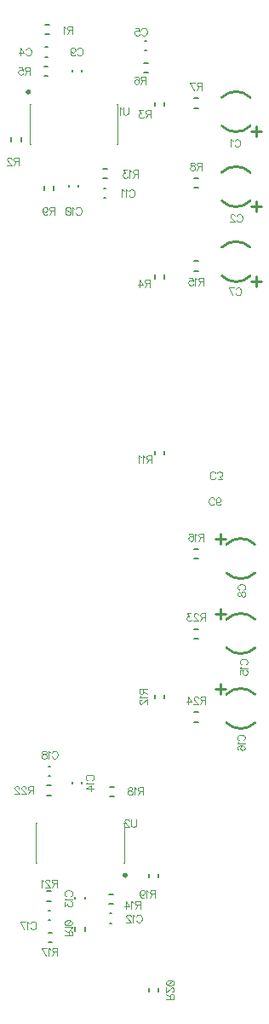
<source format=gbr>
G04 DipTrace 4.0.0.5*
G04 BottomSilk.gbr*
%MOIN*%
G04 #@! TF.FileFunction,Legend,Bot*
G04 #@! TF.Part,Single*
%ADD10C,0.009843*%
%ADD13C,0.004724*%
%ADD16C,0.005906*%
%ADD45C,0.003281*%
%FSLAX26Y26*%
G04*
G70*
G90*
G75*
G01*
G04 BotSilk*
%LPD*%
X1565581Y4008430D2*
D10*
X1526211D1*
X1545896Y3988745D2*
Y4028115D1*
X1522834Y4029328D2*
G02X1411479Y4029328I-55678J55676D01*
G01*
Y4140682D2*
G02X1522834Y4140682I55678J-55676D01*
G01*
X1565578Y3715316D2*
X1526208Y3715318D1*
X1545892Y3695632D2*
X1545894Y3735002D1*
X1522832Y3736216D2*
G02X1411477Y3736221I-55675J55679D01*
G01*
X1411482Y3847575D2*
G02X1522837Y3847570I55675J-55679D01*
G01*
X728296Y4337647D2*
D16*
X721210D1*
X728296Y4299851D2*
X721210D1*
X1109202Y4324851D2*
X1116288D1*
X1109202Y4362647D2*
X1116288D1*
X1565581Y3422210D2*
D10*
X1526211D1*
X1545896Y3402525D2*
Y3441895D1*
X1522834Y3443107D2*
G02X1411479Y3443107I-55678J55676D01*
G01*
Y3554462D2*
G02X1522834Y3554462I55678J-55676D01*
G01*
X1387321Y2414434D2*
X1426691D1*
X1407006Y2434119D2*
Y2394749D1*
X1430068Y2393536D2*
G02X1541424Y2393536I55678J-55676D01*
G01*
Y2282182D2*
G02X1430068Y2282182I-55678J55676D01*
G01*
X862647Y4240206D2*
D16*
Y4247292D1*
X824851Y4240206D2*
Y4247292D1*
X850147Y3790206D2*
Y3797292D1*
X812351Y3790206D2*
Y3797292D1*
X950118Y3747865D2*
X957204D1*
X950118Y3785660D2*
X957204D1*
X971702Y912351D2*
X978788D1*
X971702Y950147D2*
X978788D1*
X837351Y1015796D2*
Y1008709D1*
X875147Y1015797D2*
Y1008710D1*
X824853Y1465796D2*
Y1458709D1*
X862648Y1465797D2*
Y1458710D1*
X1387320Y2121322D2*
D10*
X1426690Y2121323D1*
X1407005Y2141008D2*
Y2101638D1*
X1430067Y2100426D2*
G02X1541423Y2100428I55679J-55675D01*
G01*
X1541425Y1989073D2*
G02X1430069Y1989071I-55679J55675D01*
G01*
X1387321Y1828214D2*
X1426691D1*
X1407006Y1847899D2*
Y1808529D1*
X1430068Y1807316D2*
G02X1541424Y1807316I55678J-55676D01*
G01*
Y1695962D2*
G02X1430068Y1695962I-55678J55676D01*
G01*
X740796Y962647D2*
D16*
X733710D1*
X740796Y924851D2*
X733710D1*
X740796Y1525147D2*
X733710D1*
X740796Y1487351D2*
X733710D1*
X719143Y4387351D2*
X734891D1*
X719143Y4425147D2*
X734891D1*
X625147Y3969143D2*
Y3984891D1*
X587351Y3969143D2*
Y3984891D1*
X1187647Y4106643D2*
Y4122391D1*
X1149851Y4106643D2*
Y4122391D1*
X1187647Y3431643D2*
Y3447391D1*
X1149851Y3431643D2*
Y3447391D1*
X730855Y4262647D2*
X715107D1*
X730855Y4224851D2*
X715107D1*
X1106643Y4237351D2*
X1122391D1*
X1106643Y4275147D2*
X1122391D1*
X1318355Y4137647D2*
X1302607D1*
X1318355Y4099851D2*
X1302607D1*
X1318355Y3825147D2*
X1302607D1*
X1318355Y3787351D2*
X1302607D1*
X715862Y3795460D2*
Y3779712D1*
X753657Y3795461D2*
Y3779713D1*
X875146Y881643D2*
X875145Y897391D1*
X837350Y881642D2*
Y897390D1*
X1187647Y2744143D2*
Y2759891D1*
X1149851Y2744143D2*
Y2759891D1*
Y1805855D2*
Y1790107D1*
X1187647Y1805855D2*
Y1790107D1*
X947559Y3825287D2*
X963307D1*
X947559Y3863082D2*
X963307D1*
X969143Y987351D2*
X984891D1*
X969143Y1025147D2*
X984891D1*
X1318355Y3500147D2*
X1302607D1*
X1318355Y3462351D2*
X1302607D1*
X1318355Y2375147D2*
X1302607D1*
X1318355Y2337351D2*
X1302607D1*
X747390Y875147D2*
X731642Y875146D1*
X747391Y837352D2*
X731643Y837351D1*
X989123Y1445915D2*
X973374Y1445914D1*
X989124Y1408119D2*
X973376D1*
X1124851Y1105855D2*
X1124852Y1090107D1*
X1162647Y1105856D2*
Y1090108D1*
Y644143D2*
Y659891D1*
X1124851Y644143D2*
Y659891D1*
X743355Y1037647D2*
X727607D1*
X743355Y999851D2*
X727607D1*
X743355Y1450147D2*
X727607D1*
X743355Y1412351D2*
X727607D1*
X1318355Y2062647D2*
X1302607D1*
X1318355Y2024851D2*
X1302607D1*
X1318355Y1737647D2*
X1302607D1*
X1318355Y1699851D2*
X1302607D1*
X661564Y3957233D2*
D13*
X658808D1*
Y4114714D1*
X661564D1*
X1000934Y3957233D2*
X1003690D1*
Y4114714D1*
X1000934D1*
G36*
X663926Y4162745D2*
X663842Y4161460D1*
X663591Y4160198D1*
X663177Y4158979D1*
X662608Y4157824D1*
X661892Y4156753D1*
X661043Y4155785D1*
X660075Y4154937D1*
X659005Y4154221D1*
X657850Y4153652D1*
X656631Y4153238D1*
X655368Y4152987D1*
X654084Y4152903D1*
X652799Y4152987D1*
X651536Y4153238D1*
X650317Y4153652D1*
X649162Y4154221D1*
X648092Y4154937D1*
X647124Y4155785D1*
X646275Y4156753D1*
X645560Y4157824D1*
X644990Y4158979D1*
X644577Y4160198D1*
X644325Y4161460D1*
X644241Y4162745D1*
D1*
X644325Y4164030D1*
X644577Y4165293D1*
X644990Y4166512D1*
X645560Y4167666D1*
X646275Y4168737D1*
X647124Y4169705D1*
X648092Y4170554D1*
X649162Y4171269D1*
X650317Y4171838D1*
X651536Y4172252D1*
X652799Y4172503D1*
X654084Y4172588D1*
X655368Y4172503D1*
X656631Y4172252D1*
X657850Y4171838D1*
X659005Y4171269D1*
X660075Y4170554D1*
X661043Y4169705D1*
X661892Y4168737D1*
X662608Y4167666D1*
X663177Y4166512D1*
X663591Y4165293D1*
X663842Y4164030D1*
X663926Y4162745D1*
D1*
G37*
X1025934Y1305265D2*
D13*
X1028690D1*
Y1147784D1*
X1025934D1*
X686564Y1305265D2*
X683808D1*
Y1147784D1*
X686564D1*
G36*
X1023572Y1099753D2*
X1023656Y1101038D1*
X1023907Y1102300D1*
X1024321Y1103520D1*
X1024891Y1104674D1*
X1025606Y1105745D1*
X1026455Y1106713D1*
X1027423Y1107562D1*
X1028493Y1108277D1*
X1029648Y1108846D1*
X1030867Y1109260D1*
X1032130Y1109511D1*
X1033414Y1109595D1*
X1034699Y1109511D1*
X1035962Y1109260D1*
X1037181Y1108846D1*
X1038336Y1108277D1*
X1039406Y1107562D1*
X1040374Y1106713D1*
X1041223Y1105745D1*
X1041938Y1104674D1*
X1042508Y1103520D1*
X1042922Y1102300D1*
X1043173Y1101038D1*
X1043257Y1099753D1*
D1*
X1043173Y1098468D1*
X1042922Y1097206D1*
X1042508Y1095986D1*
X1041938Y1094832D1*
X1041223Y1093761D1*
X1040374Y1092793D1*
X1039406Y1091944D1*
X1038336Y1091229D1*
X1037181Y1090660D1*
X1035962Y1090246D1*
X1034699Y1089995D1*
X1033414Y1089910D1*
X1032130Y1089995D1*
X1030867Y1090246D1*
X1029648Y1090660D1*
X1028493Y1091229D1*
X1027423Y1091944D1*
X1026455Y1092793D1*
X1025606Y1093761D1*
X1024891Y1094832D1*
X1024321Y1095986D1*
X1023907Y1097206D1*
X1023656Y1098468D1*
X1023572Y1099753D1*
D1*
G37*
X1461341Y3970166D2*
D45*
X1462767Y3973018D1*
X1465652Y3975903D1*
X1468504Y3977329D1*
X1474241D1*
X1477126Y3975903D1*
X1479978Y3973018D1*
X1481437Y3970166D1*
X1482863Y3965855D1*
Y3958659D1*
X1481437Y3954381D1*
X1479978Y3951496D1*
X1477126Y3948644D1*
X1474241Y3947185D1*
X1468504D1*
X1465652Y3948644D1*
X1462767Y3951496D1*
X1461341Y3954381D1*
X1454779Y3971559D2*
X1451894Y3973018D1*
X1447583Y3977296D1*
Y3947185D1*
X1469883Y3677053D2*
X1471309Y3679905D1*
X1474194Y3682789D1*
X1477046Y3684215D1*
X1482783D1*
X1485668Y3682789D1*
X1488520Y3679904D1*
X1489979Y3677052D1*
X1491405Y3672741D1*
X1491404Y3665545D1*
X1489978Y3661267D1*
X1488519Y3658382D1*
X1485667Y3655530D1*
X1482782Y3654071D1*
X1477045D1*
X1474193Y3655531D1*
X1471308Y3658383D1*
X1469882Y3661268D1*
X1461862Y3677020D2*
Y3678446D1*
X1460436Y3681331D1*
X1459011Y3682757D1*
X1456126Y3684183D1*
X1450389D1*
X1447537Y3682757D1*
X1446111Y3681332D1*
X1444651Y3678447D1*
Y3675595D1*
X1446110Y3672710D1*
X1448962Y3668432D1*
X1463320Y3654072D1*
X1443224Y3654073D1*
X1386550Y2654627D2*
X1385124Y2651775D1*
X1382239Y2648890D1*
X1379387Y2647464D1*
X1373650D1*
X1370765Y2648890D1*
X1367913Y2651775D1*
X1366454Y2654627D1*
X1365028Y2658938D1*
Y2666134D1*
X1366454Y2670412D1*
X1367913Y2673297D1*
X1370765Y2676149D1*
X1373650Y2677608D1*
X1379387D1*
X1382239Y2676149D1*
X1385124Y2673297D1*
X1386550Y2670412D1*
X1395997Y2647498D2*
X1411749D1*
X1403160Y2658972D1*
X1407471D1*
X1410323Y2660397D1*
X1411749Y2661823D1*
X1413208Y2666134D1*
Y2668986D1*
X1411749Y2673297D1*
X1408897Y2676182D1*
X1404586Y2677608D1*
X1400275D1*
X1395997Y2676182D1*
X1394571Y2674723D1*
X1393112Y2671871D1*
X644403Y4327037D2*
X645829Y4329889D1*
X648714Y4332774D1*
X651566Y4334200D1*
X657302D1*
X660188Y4332774D1*
X663039Y4329889D1*
X664499Y4327037D1*
X665925Y4322726D1*
Y4315530D1*
X664499Y4311252D1*
X663039Y4308367D1*
X660188Y4305515D1*
X657302Y4304056D1*
X651566D1*
X648714Y4305515D1*
X645829Y4308367D1*
X644403Y4311252D1*
X623482Y4304056D2*
Y4334167D1*
X637841Y4314104D1*
X616319D1*
X1096495Y4405561D2*
X1097921Y4408413D1*
X1100806Y4411298D1*
X1103658Y4412724D1*
X1109395D1*
X1112280Y4411298D1*
X1115132Y4408413D1*
X1116591Y4405561D1*
X1118017Y4401250D1*
Y4394054D1*
X1116591Y4389776D1*
X1115132Y4386891D1*
X1112280Y4384039D1*
X1109395Y4382580D1*
X1103658D1*
X1100806Y4384039D1*
X1097921Y4386891D1*
X1096495Y4389776D1*
X1072723Y4412691D2*
X1087049D1*
X1088475Y4399791D1*
X1087049Y4401217D1*
X1082738Y4402676D1*
X1078460D1*
X1074149Y4401217D1*
X1071264Y4398365D1*
X1069838Y4394054D1*
Y4391202D1*
X1071264Y4386891D1*
X1074149Y4384006D1*
X1078460Y4382580D1*
X1082738D1*
X1087049Y4384006D1*
X1088475Y4385465D1*
X1089934Y4388317D1*
X1382398Y2553940D2*
X1380972Y2551088D1*
X1378087Y2548203D1*
X1375235Y2546777D1*
X1369498D1*
X1366613Y2548203D1*
X1363761Y2551088D1*
X1362302Y2553940D1*
X1360876Y2558251D1*
Y2565447D1*
X1362302Y2569725D1*
X1363761Y2572610D1*
X1366613Y2575462D1*
X1369498Y2576921D1*
X1375235D1*
X1378087Y2575462D1*
X1380972Y2572610D1*
X1382398Y2569725D1*
X1406170Y2551088D2*
X1404744Y2548236D1*
X1400433Y2546810D1*
X1397581D1*
X1393270Y2548236D1*
X1390385Y2552547D1*
X1388959Y2559710D1*
Y2566873D1*
X1390385Y2572610D1*
X1393270Y2575495D1*
X1397581Y2576921D1*
X1399007D1*
X1403285Y2575495D1*
X1406170Y2572610D1*
X1407596Y2568299D1*
Y2566873D1*
X1406170Y2562562D1*
X1403285Y2559710D1*
X1399007Y2558284D1*
X1397581D1*
X1393270Y2559710D1*
X1390385Y2562562D1*
X1388959Y2566873D1*
X1465700Y3390219D2*
X1467126Y3393070D1*
X1470011Y3395955D1*
X1472863Y3397381D1*
X1478600D1*
X1481485Y3395955D1*
X1484337Y3393070D1*
X1485796Y3390219D1*
X1487222Y3385907D1*
Y3378711D1*
X1485796Y3374434D1*
X1484337Y3371548D1*
X1481485Y3368697D1*
X1478600Y3367237D1*
X1472863D1*
X1470011Y3368697D1*
X1467126Y3371548D1*
X1465700Y3374434D1*
X1453401Y3367237D2*
X1439042Y3397348D1*
X1459138D1*
X1480854Y2215359D2*
X1478002Y2216785D1*
X1475117Y2219670D1*
X1473691Y2222522D1*
Y2228259D1*
X1475117Y2231144D1*
X1478002Y2233996D1*
X1480854Y2235455D1*
X1485165Y2236881D1*
X1492361D1*
X1496639Y2235455D1*
X1499524Y2233996D1*
X1502376Y2231144D1*
X1503835Y2228259D1*
Y2222522D1*
X1502376Y2219670D1*
X1499524Y2216785D1*
X1496639Y2215359D1*
X1473725Y2201635D2*
X1475151Y2205913D1*
X1478002Y2207372D1*
X1480888D1*
X1483739Y2205913D1*
X1485199Y2203061D1*
X1486625Y2197324D1*
X1488050Y2193013D1*
X1490936Y2190161D1*
X1493787Y2188735D1*
X1498098D1*
X1500950Y2190161D1*
X1502410Y2191587D1*
X1503835Y2195898D1*
Y2201635D1*
X1502410Y2205913D1*
X1500950Y2207372D1*
X1498098Y2208798D1*
X1493787D1*
X1490936Y2207372D1*
X1488050Y2204487D1*
X1486625Y2200209D1*
X1485199Y2194472D1*
X1483739Y2191587D1*
X1480888Y2190161D1*
X1478002D1*
X1475151Y2191587D1*
X1473725Y2195898D1*
Y2201635D1*
X844978Y4327932D2*
X846404Y4330784D1*
X849289Y4333669D1*
X852141Y4335095D1*
X857878D1*
X860763Y4333669D1*
X863615Y4330784D1*
X865074Y4327932D1*
X866500Y4323621D1*
Y4316425D1*
X865074Y4312147D1*
X863615Y4309262D1*
X860763Y4306410D1*
X857878Y4304951D1*
X852141D1*
X849289Y4306410D1*
X846404Y4309262D1*
X844978Y4312147D1*
X819746Y4325047D2*
X821205Y4320736D1*
X824057Y4317851D1*
X828368Y4316425D1*
X829794D1*
X834105Y4317851D1*
X836957Y4320736D1*
X838416Y4325047D1*
Y4326473D1*
X836957Y4330784D1*
X834105Y4333636D1*
X829794Y4335062D1*
X828368D1*
X824057Y4333636D1*
X821205Y4330784D1*
X819746Y4325047D1*
Y4317851D1*
X821205Y4310688D1*
X824057Y4306377D1*
X828368Y4304951D1*
X831220D1*
X835531Y4306377D1*
X836957Y4309262D1*
X840070Y3704397D2*
X841496Y3707249D1*
X844381Y3710134D1*
X847233Y3711560D1*
X852970D1*
X855855Y3710134D1*
X858707Y3707249D1*
X860166Y3704397D1*
X861592Y3700086D1*
Y3692890D1*
X860166Y3688612D1*
X858707Y3685727D1*
X855855Y3682875D1*
X852970Y3681416D1*
X847233D1*
X844381Y3682875D1*
X841496Y3685727D1*
X840070Y3688612D1*
X833508Y3705790D2*
X830623Y3707249D1*
X826312Y3711527D1*
Y3681416D1*
X811128Y3711527D2*
X815439Y3710101D1*
X818324Y3705790D1*
X819750Y3698627D1*
Y3694316D1*
X818324Y3687153D1*
X815439Y3682842D1*
X811128Y3681416D1*
X808276D1*
X803965Y3682842D1*
X801113Y3687153D1*
X799654Y3694316D1*
Y3698627D1*
X801113Y3705790D1*
X803965Y3710101D1*
X808276Y3711527D1*
X811128D1*
X801113Y3705790D2*
X818324Y3687153D1*
X1048653Y3774213D2*
X1050079Y3777065D1*
X1052964Y3779950D1*
X1055816Y3781376D1*
X1061553D1*
X1064438Y3779950D1*
X1067290Y3777065D1*
X1068749Y3774213D1*
X1070175Y3769902D1*
Y3762706D1*
X1068749Y3758428D1*
X1067290Y3755543D1*
X1064438Y3752691D1*
X1061553Y3751232D1*
X1055816D1*
X1052964Y3752691D1*
X1050079Y3755543D1*
X1048653Y3758428D1*
X1042091Y3775606D2*
X1039206Y3777065D1*
X1034895Y3781343D1*
Y3751232D1*
X1028333Y3775606D2*
X1025448Y3777065D1*
X1021137Y3781343D1*
Y3751232D1*
X1076962Y938919D2*
X1078388Y941771D1*
X1081273Y944656D1*
X1084125Y946082D1*
X1089862D1*
X1092747Y944656D1*
X1095599Y941771D1*
X1097058Y938919D1*
X1098484Y934608D1*
Y927412D1*
X1097058Y923134D1*
X1095599Y920249D1*
X1092747Y917397D1*
X1089862Y915938D1*
X1084125D1*
X1081273Y917397D1*
X1078388Y920249D1*
X1076962Y923134D1*
X1070401Y940312D2*
X1067515Y941771D1*
X1063204Y946049D1*
Y915938D1*
X1055184Y938886D2*
Y940312D1*
X1053758Y943197D1*
X1052332Y944623D1*
X1049447Y946049D1*
X1043710D1*
X1040858Y944623D1*
X1039432Y943197D1*
X1037973Y940312D1*
Y937460D1*
X1039432Y934575D1*
X1042284Y930297D1*
X1056643Y915938D1*
X1036547D1*
X803531Y1018480D2*
X800679Y1019905D1*
X797794Y1022791D1*
X796368Y1025642D1*
Y1031379D1*
X797794Y1034264D1*
X800679Y1037116D1*
X803531Y1038576D1*
X807842Y1040002D1*
X815038D1*
X819316Y1038576D1*
X822201Y1037117D1*
X825053Y1034265D1*
X826512Y1031380D1*
Y1025643D1*
X825053Y1022791D1*
X822201Y1019906D1*
X819316Y1018480D1*
X802139Y1011918D2*
X800680Y1009033D1*
X796402Y1004722D1*
X826513D1*
X796402Y995275D2*
Y979523D1*
X807876Y988112D1*
Y983801D1*
X809302Y980949D1*
X810728Y979523D1*
X815039Y978064D1*
X817891D1*
X822202Y979524D1*
X825087Y982376D1*
X826513Y986687D1*
Y990998D1*
X825087Y995275D1*
X823628Y996701D1*
X820776Y998160D1*
X886521Y1471338D2*
X883669Y1472764D1*
X880784Y1475649D1*
X879358Y1478501D1*
X879357Y1484238D1*
X880783Y1487123D1*
X883668Y1489975D1*
X886520Y1491434D1*
X890831Y1492860D1*
X898027D1*
X902305Y1491435D1*
X905190Y1489976D1*
X908042Y1487124D1*
X909501Y1484239D1*
X909502Y1478502D1*
X908043Y1475650D1*
X905191Y1472765D1*
X902306Y1471339D1*
X885128Y1464776D2*
X883669Y1461891D1*
X879391Y1457580D1*
X909502Y1457581D1*
X909503Y1436660D2*
X879392Y1436659D1*
X899454Y1451019D1*
X899455Y1429497D1*
X1489631Y1923476D2*
X1486779Y1924902D1*
X1483894Y1927787D1*
X1482468Y1930639D1*
Y1936376D1*
X1483894Y1939261D1*
X1486779Y1942113D1*
X1489631Y1943572D1*
X1493942Y1944998D1*
X1501138D1*
X1505416Y1943572D1*
X1508301Y1942113D1*
X1511153Y1939261D1*
X1512612Y1936376D1*
Y1930639D1*
X1511153Y1927787D1*
X1508301Y1924902D1*
X1505416Y1923476D1*
X1488238Y1916914D2*
X1486779Y1914029D1*
X1482502Y1909718D1*
X1512612D1*
X1482502Y1885945D2*
Y1900271D1*
X1495402Y1901697D1*
X1493976Y1900271D1*
X1492517Y1895960D1*
Y1891682D1*
X1493976Y1887371D1*
X1496828Y1884486D1*
X1501139Y1883061D1*
X1503991D1*
X1508302Y1884487D1*
X1511187Y1887372D1*
X1512613Y1891683D1*
Y1895961D1*
X1511187Y1900272D1*
X1509727Y1901698D1*
X1506876Y1903157D1*
X1478902Y1627492D2*
X1476050Y1628918D1*
X1473165Y1631804D1*
X1471739Y1634655D1*
Y1640392D1*
X1473165Y1643277D1*
X1476050Y1646129D1*
X1478902Y1647588D1*
X1483213Y1649014D1*
X1490409D1*
X1494687Y1647588D1*
X1497572Y1646129D1*
X1500424Y1643277D1*
X1501883Y1640392D1*
Y1634655D1*
X1500424Y1631804D1*
X1497572Y1628918D1*
X1494687Y1627492D1*
X1477509Y1620931D2*
X1476050Y1618046D1*
X1471772Y1613735D1*
X1501883D1*
X1476050Y1589962D2*
X1473198Y1591388D1*
X1471772Y1595699D1*
Y1598551D1*
X1473198Y1602862D1*
X1477509Y1605747D1*
X1484672Y1607173D1*
X1491835D1*
X1497572Y1605747D1*
X1500457Y1602862D1*
X1501883Y1598551D1*
Y1597125D1*
X1500457Y1592847D1*
X1497572Y1589962D1*
X1493261Y1588536D1*
X1491835D1*
X1487524Y1589962D1*
X1484672Y1592847D1*
X1483246Y1597125D1*
Y1598551D1*
X1484672Y1602862D1*
X1487524Y1605747D1*
X1491835Y1607173D1*
X663013Y911708D2*
X664439Y914560D1*
X667324Y917445D1*
X670176Y918871D1*
X675913D1*
X678798Y917445D1*
X681650Y914560D1*
X683109Y911708D1*
X684535Y907397D1*
Y900201D1*
X683109Y895923D1*
X681650Y893038D1*
X678798Y890186D1*
X675913Y888727D1*
X670176D1*
X667324Y890186D1*
X664439Y893038D1*
X663013Y895923D1*
X656452Y913101D2*
X653567Y914560D1*
X649256Y918838D1*
Y888727D1*
X636957D2*
X622598Y918838D1*
X642694D1*
X746683Y1579352D2*
X748109Y1582204D1*
X750994Y1585089D1*
X753846Y1586515D1*
X759583D1*
X762468Y1585089D1*
X765320Y1582204D1*
X766779Y1579352D1*
X768205Y1575041D1*
Y1567845D1*
X766779Y1563567D1*
X765320Y1560682D1*
X762468Y1557830D1*
X759583Y1556371D1*
X753846D1*
X750994Y1557830D1*
X748109Y1560682D1*
X746683Y1563567D1*
X740121Y1580745D2*
X737236Y1582204D1*
X732925Y1586482D1*
Y1556371D1*
X719201Y1586482D2*
X723479Y1585056D1*
X724938Y1582204D1*
Y1579319D1*
X723479Y1576467D1*
X720627Y1575008D1*
X714890Y1573582D1*
X710579Y1572156D1*
X707727Y1569271D1*
X706301Y1566419D1*
Y1562108D1*
X707727Y1559256D1*
X709153Y1557797D1*
X713464Y1556371D1*
X719201D1*
X723479Y1557797D1*
X724938Y1559256D1*
X726364Y1562108D1*
Y1566419D1*
X724938Y1569271D1*
X722053Y1572156D1*
X717775Y1573582D1*
X712038Y1575008D1*
X709153Y1576467D1*
X707727Y1579319D1*
Y1582204D1*
X709153Y1585056D1*
X713464Y1586482D1*
X719201D1*
X825484Y4404413D2*
X812584D1*
X808273Y4405873D1*
X806814Y4407299D1*
X805388Y4410150D1*
Y4413036D1*
X806814Y4415887D1*
X808273Y4417347D1*
X812584Y4418773D1*
X825484D1*
Y4388629D1*
X815436Y4404413D2*
X805388Y4388629D1*
X798827Y4413002D2*
X795942Y4414461D1*
X791631Y4418739D1*
Y4388629D1*
X616455Y3890923D2*
X603555D1*
X599244Y3892382D1*
X597785Y3893808D1*
X596359Y3896660D1*
Y3899545D1*
X597785Y3902397D1*
X599244Y3903856D1*
X603555Y3905282D1*
X616455D1*
Y3875138D1*
X606407Y3890923D2*
X596359Y3875138D1*
X588338Y3898086D2*
Y3899512D1*
X586913Y3902397D1*
X585487Y3903823D1*
X582602Y3905249D1*
X576865D1*
X574013Y3903823D1*
X572587Y3902397D1*
X571128Y3899512D1*
Y3896660D1*
X572587Y3893775D1*
X575439Y3889497D1*
X589798Y3875138D1*
X569702D1*
X1132957Y4076511D2*
X1120057D1*
X1115746Y4077970D1*
X1114287Y4079396D1*
X1112861Y4082248D1*
Y4085133D1*
X1114287Y4087985D1*
X1115746Y4089444D1*
X1120057Y4090870D1*
X1132957D1*
Y4060726D1*
X1122909Y4076511D2*
X1112861Y4060726D1*
X1103414Y4090836D2*
X1087662D1*
X1096251Y4079363D1*
X1091940D1*
X1089088Y4077937D1*
X1087662Y4076511D1*
X1086203Y4072200D1*
Y4069348D1*
X1087662Y4065037D1*
X1090514Y4062152D1*
X1094825Y4060726D1*
X1099136D1*
X1103414Y4062152D1*
X1104840Y4063611D1*
X1106299Y4066463D1*
X1129488Y3414055D2*
X1116589D1*
X1112278Y3415514D1*
X1110818Y3416940D1*
X1109392Y3419792D1*
Y3422677D1*
X1110818Y3425529D1*
X1112278Y3426988D1*
X1116589Y3428414D1*
X1129488D1*
Y3398270D1*
X1119440Y3414055D2*
X1109392Y3398270D1*
X1088472D2*
Y3428381D1*
X1102831Y3408318D1*
X1081309D1*
X660635Y4244841D2*
X647735D1*
X643424Y4246300D1*
X641965Y4247726D1*
X640539Y4250578D1*
Y4253463D1*
X641965Y4256315D1*
X643424Y4257774D1*
X647735Y4259200D1*
X660635D1*
Y4229056D1*
X650587Y4244841D2*
X640539Y4229056D1*
X616766Y4259167D2*
X631092D1*
X632518Y4246267D1*
X631092Y4247693D1*
X626781Y4249152D1*
X622503D1*
X618192Y4247693D1*
X615307Y4244841D1*
X613881Y4240530D1*
Y4237678D1*
X615307Y4233367D1*
X618192Y4230482D1*
X622503Y4229056D1*
X626781D1*
X631092Y4230482D1*
X632518Y4231941D1*
X633977Y4234793D1*
X1114165Y4208415D2*
X1101265D1*
X1096954Y4209874D1*
X1095495Y4211300D1*
X1094069Y4214152D1*
Y4217037D1*
X1095495Y4219889D1*
X1096954Y4221348D1*
X1101265Y4222774D1*
X1114165D1*
Y4192630D1*
X1104117Y4208415D2*
X1094069Y4192630D1*
X1070297Y4218463D2*
X1071723Y4221315D1*
X1076034Y4222741D1*
X1078886D1*
X1083197Y4221315D1*
X1086082Y4217004D1*
X1087508Y4209841D1*
Y4202678D1*
X1086082Y4196941D1*
X1083197Y4194056D1*
X1078886Y4192630D1*
X1077460D1*
X1073182Y4194056D1*
X1070297Y4196941D1*
X1068871Y4201252D1*
Y4202678D1*
X1070297Y4206989D1*
X1073182Y4209841D1*
X1077460Y4211267D1*
X1078886D1*
X1083197Y4209841D1*
X1086082Y4206989D1*
X1087508Y4202678D1*
X1333858Y4184656D2*
X1320958D1*
X1316647Y4186115D1*
X1315188Y4187541D1*
X1313762Y4190393D1*
Y4193278D1*
X1315188Y4196130D1*
X1316647Y4197589D1*
X1320958Y4199015D1*
X1333858D1*
Y4168871D1*
X1323810Y4184656D2*
X1313762Y4168871D1*
X1301464D2*
X1287104Y4198982D1*
X1307200D1*
X1333842Y3872156D2*
X1320942D1*
X1316631Y3873615D1*
X1315172Y3875041D1*
X1313746Y3877893D1*
Y3880778D1*
X1315172Y3883630D1*
X1316631Y3885089D1*
X1320942Y3886515D1*
X1333842D1*
Y3856371D1*
X1323794Y3872156D2*
X1313746Y3856371D1*
X1300021Y3886482D2*
X1304299Y3885056D1*
X1305758Y3882204D1*
Y3879319D1*
X1304299Y3876467D1*
X1301447Y3875008D1*
X1295710Y3873582D1*
X1291399Y3872156D1*
X1288547Y3869271D1*
X1287121Y3866419D1*
Y3862108D1*
X1288547Y3859256D1*
X1289973Y3857797D1*
X1294284Y3856371D1*
X1300021D1*
X1304299Y3857797D1*
X1305758Y3859256D1*
X1307184Y3862108D1*
Y3866419D1*
X1305758Y3869271D1*
X1302873Y3872156D1*
X1298595Y3873582D1*
X1292858Y3875008D1*
X1289973Y3876467D1*
X1288547Y3879319D1*
Y3882204D1*
X1289973Y3885056D1*
X1294284Y3886482D1*
X1300021D1*
X755958Y3697310D2*
X743058D1*
X738747Y3698769D1*
X737288Y3700195D1*
X735862Y3703047D1*
Y3705932D1*
X737288Y3708784D1*
X738747Y3710243D1*
X743058Y3711669D1*
X755958D1*
Y3681525D1*
X745910Y3697310D2*
X735862Y3681525D1*
X710630Y3701620D2*
X712089Y3697309D1*
X714941Y3694424D1*
X719252Y3692999D1*
X720678D1*
X724989Y3694425D1*
X727841Y3697310D1*
X729300Y3701621D1*
Y3703047D1*
X727841Y3707358D1*
X724989Y3710210D1*
X720678Y3711635D1*
X719252D1*
X714941Y3710209D1*
X712089Y3707357D1*
X710630Y3701620D1*
Y3694424D1*
X712089Y3687261D1*
X714941Y3682950D1*
X719252Y3681525D1*
X722104D1*
X726415Y3682951D1*
X727841Y3685836D1*
X811646Y863554D2*
Y876454D1*
X813105Y880765D1*
X814531Y882224D1*
X817383Y883650D1*
X820268D1*
X823120Y882224D1*
X824579Y880765D1*
X826005Y876454D1*
Y863554D1*
X795861Y863553D1*
X811646Y873602D2*
X795861Y883649D1*
X820235Y890212D2*
X821694Y893097D1*
X825971Y897408D1*
X795861Y897407D1*
X825971Y912592D2*
X824545Y908281D1*
X820234Y905395D1*
X813071Y903969D1*
X808760D1*
X801597Y905395D1*
X797286Y908280D1*
X795860Y912591D1*
Y915443D1*
X797286Y919754D1*
X801597Y922606D1*
X808760Y924065D1*
X813071D1*
X820234Y922606D1*
X824545Y919755D1*
X825971Y915444D1*
Y912592D1*
X820234Y922606D2*
X801597Y905395D1*
X1135477Y2726555D2*
X1122577D1*
X1118266Y2728014D1*
X1116807Y2729440D1*
X1115381Y2732292D1*
Y2735177D1*
X1116807Y2738029D1*
X1118266Y2739488D1*
X1122577Y2740914D1*
X1135477D1*
Y2710770D1*
X1125429Y2726555D2*
X1115381Y2710770D1*
X1108820Y2735144D2*
X1105935Y2736603D1*
X1101624Y2740881D1*
Y2710770D1*
X1095062Y2735144D2*
X1092177Y2736603D1*
X1087866Y2740881D1*
Y2710770D1*
X1102842Y1828237D2*
Y1815337D1*
X1101383Y1811026D1*
X1099957Y1809567D1*
X1097105Y1808141D1*
X1094220D1*
X1091368Y1809567D1*
X1089909Y1811026D1*
X1088483Y1815337D1*
Y1828237D1*
X1118627D1*
X1102842Y1818189D2*
X1118627Y1808141D1*
X1094253Y1801579D2*
X1092794Y1798694D1*
X1088516Y1794383D1*
X1118627D1*
X1095679Y1786362D2*
X1094253D1*
X1091368Y1784937D1*
X1089942Y1783511D1*
X1088516Y1780626D1*
Y1774889D1*
X1089942Y1772037D1*
X1091368Y1770611D1*
X1094253Y1769152D1*
X1097105D1*
X1099990Y1770611D1*
X1104268Y1773463D1*
X1118627Y1787822D1*
Y1767726D1*
X1083956Y3842349D2*
X1071056D1*
X1066745Y3843808D1*
X1065286Y3845234D1*
X1063860Y3848086D1*
Y3850971D1*
X1065286Y3853823D1*
X1066745Y3855282D1*
X1071056Y3856708D1*
X1083956D1*
Y3826564D1*
X1073908Y3842349D2*
X1063860Y3826564D1*
X1057299Y3850938D2*
X1054413Y3852397D1*
X1050102Y3856675D1*
Y3826564D1*
X1040656Y3856675D2*
X1024904D1*
X1033493Y3845201D1*
X1029182D1*
X1026330Y3843775D1*
X1024904Y3842349D1*
X1023445Y3838038D1*
Y3835186D1*
X1024904Y3830875D1*
X1027756Y3827990D1*
X1032067Y3826564D1*
X1036378D1*
X1040656Y3827990D1*
X1042082Y3829449D1*
X1043541Y3832301D1*
X1091672Y984193D2*
X1078772D1*
X1074461Y985652D1*
X1073002Y987078D1*
X1071576Y989930D1*
Y992815D1*
X1073002Y995667D1*
X1074461Y997126D1*
X1078772Y998552D1*
X1091672D1*
Y968408D1*
X1081624Y984193D2*
X1071576Y968408D1*
X1065014Y992782D2*
X1062129Y994241D1*
X1057818Y998519D1*
Y968408D1*
X1036897D2*
Y998519D1*
X1051256Y978456D1*
X1029734D1*
X1340737Y3421709D2*
X1327837D1*
X1323526Y3423168D1*
X1322067Y3424594D1*
X1320641Y3427446D1*
Y3430331D1*
X1322067Y3433183D1*
X1323526Y3434642D1*
X1327837Y3436068D1*
X1340737D1*
Y3405924D1*
X1330689Y3421709D2*
X1320641Y3405924D1*
X1314079Y3430298D2*
X1311194Y3431757D1*
X1306883Y3436035D1*
Y3405924D1*
X1283111Y3436035D2*
X1297437D1*
X1298862Y3423135D1*
X1297437Y3424561D1*
X1293126Y3426020D1*
X1288848D1*
X1284537Y3424561D1*
X1281652Y3421709D1*
X1280226Y3417398D1*
Y3414546D1*
X1281652Y3410235D1*
X1284537Y3407350D1*
X1288848Y3405924D1*
X1293126D1*
X1297437Y3407350D1*
X1298862Y3408809D1*
X1300322Y3411661D1*
X1340007Y2422156D2*
X1327108D1*
X1322797Y2423615D1*
X1321337Y2425041D1*
X1319911Y2427893D1*
Y2430778D1*
X1321337Y2433630D1*
X1322797Y2435089D1*
X1327108Y2436515D1*
X1340007D1*
Y2406371D1*
X1329959Y2422156D2*
X1319911Y2406371D1*
X1313350Y2430745D2*
X1310465Y2432204D1*
X1306154Y2436482D1*
Y2406371D1*
X1282381Y2432204D2*
X1283807Y2435056D1*
X1288118Y2436482D1*
X1290970D1*
X1295281Y2435056D1*
X1298166Y2430745D1*
X1299592Y2423582D1*
Y2416419D1*
X1298166Y2410682D1*
X1295281Y2407797D1*
X1290970Y2406371D1*
X1289544D1*
X1285266Y2407797D1*
X1282381Y2410682D1*
X1280955Y2414993D1*
Y2416419D1*
X1282381Y2420730D1*
X1285266Y2423582D1*
X1289544Y2425008D1*
X1290970D1*
X1295281Y2423582D1*
X1298166Y2420730D1*
X1299592Y2416419D1*
X767625Y800918D2*
X754725D1*
X750414Y802377D1*
X748954Y803803D1*
X747528Y806655D1*
Y809540D1*
X748954Y812392D1*
X750413Y813851D1*
X754724Y815277D1*
X767624D1*
X767625Y785133D1*
X757577Y800918D2*
X747529Y785133D1*
X740967Y809506D2*
X738081Y810965D1*
X733770Y815243D1*
X733771Y785132D1*
X721473D2*
X707113Y815242D1*
X727209Y815243D1*
X1102684Y1429623D2*
X1089784D1*
X1085473Y1431082D1*
X1084014Y1432508D1*
X1082587Y1435359D1*
Y1438245D1*
X1084013Y1441096D1*
X1085472Y1442556D1*
X1089783Y1443982D1*
X1102683D1*
X1102684Y1413838D1*
X1092636Y1429623D2*
X1082588Y1413838D1*
X1076026Y1438211D2*
X1073141Y1439670D1*
X1068829Y1443948D1*
X1068830Y1413837D1*
X1055105Y1443948D2*
X1059383Y1442522D1*
X1060842Y1439670D1*
Y1436785D1*
X1059383Y1433933D1*
X1056531Y1432474D1*
X1050794Y1431048D1*
X1046483Y1429621D1*
X1043631Y1426736D1*
X1042206Y1423884D1*
Y1419573D1*
X1043632Y1416721D1*
X1045058Y1415262D1*
X1049369Y1413837D1*
X1055106D1*
X1059384Y1415263D1*
X1060843Y1416722D1*
X1062268Y1419574D1*
Y1423885D1*
X1060842Y1426737D1*
X1057957Y1429622D1*
X1053679Y1431048D1*
X1047942Y1432473D1*
X1045057Y1433932D1*
X1043631Y1436784D1*
Y1439669D1*
X1045057Y1442521D1*
X1049368Y1443947D1*
X1055105Y1443948D1*
X1150231Y1027100D2*
X1137332D1*
X1133020Y1028559D1*
X1131561Y1029985D1*
X1130135Y1032837D1*
Y1035722D1*
X1131561Y1038574D1*
X1133020Y1040033D1*
X1137331Y1041459D1*
X1150231D1*
X1150232Y1011315D1*
X1140183Y1027100D2*
X1130136Y1011315D1*
X1123574Y1035688D2*
X1120688Y1037147D1*
X1116377Y1041425D1*
X1116378Y1011314D1*
X1091146Y1031410D2*
X1092605Y1027099D1*
X1095457Y1024214D1*
X1099768Y1022788D1*
X1101194D1*
X1105505Y1024214D1*
X1108357Y1027099D1*
X1109816Y1031410D1*
Y1032836D1*
X1108357Y1037147D1*
X1105505Y1039999D1*
X1101194Y1041425D1*
X1099768D1*
X1095457Y1039999D1*
X1092605Y1037147D1*
X1091146Y1031410D1*
Y1024214D1*
X1092605Y1017051D1*
X1095457Y1012740D1*
X1099768Y1011314D1*
X1102620D1*
X1106931Y1012740D1*
X1108357Y1015625D1*
X1209656Y615311D2*
Y628211D1*
X1211115Y632522D1*
X1212541Y633981D1*
X1215393Y635407D1*
X1218278D1*
X1221130Y633981D1*
X1222589Y632522D1*
X1224015Y628211D1*
Y615311D1*
X1193871D1*
X1209656Y625359D2*
X1193871Y635407D1*
X1216819Y643428D2*
X1218245D1*
X1221130Y644854D1*
X1222556Y646280D1*
X1223982Y649165D1*
Y654902D1*
X1222556Y657754D1*
X1221130Y659180D1*
X1218245Y660639D1*
X1215393D1*
X1212508Y659180D1*
X1208230Y656328D1*
X1193871Y641969D1*
Y662065D1*
X1223982Y677248D2*
X1222556Y672937D1*
X1218245Y670052D1*
X1211082Y668626D1*
X1206771D1*
X1199608Y670052D1*
X1195297Y672937D1*
X1193871Y677248D1*
Y680100D1*
X1195297Y684411D1*
X1199608Y687263D1*
X1206771Y688722D1*
X1211082D1*
X1218245Y687263D1*
X1222556Y684411D1*
X1223982Y680100D1*
Y677248D1*
X1218245Y687263D2*
X1199608Y670052D1*
X765737Y1068563D2*
X752837D1*
X748526Y1070022D1*
X747067Y1071448D1*
X745641Y1074300D1*
Y1077185D1*
X747067Y1080037D1*
X748526Y1081496D1*
X752837Y1082922D1*
X765737D1*
Y1052778D1*
X755689Y1068563D2*
X745641Y1052778D1*
X737620Y1075726D2*
Y1077152D1*
X736194Y1080037D1*
X734768Y1081463D1*
X731883Y1082889D1*
X726146D1*
X723294Y1081463D1*
X721868Y1080037D1*
X720409Y1077152D1*
Y1074300D1*
X721868Y1071415D1*
X724720Y1067137D1*
X739079Y1052778D1*
X718983D1*
X712422Y1077152D2*
X709537Y1078611D1*
X705226Y1082889D1*
Y1052778D1*
X672406Y1432782D2*
X659506D1*
X655195Y1434241D1*
X653736Y1435667D1*
X652310Y1438519D1*
Y1441404D1*
X653736Y1444256D1*
X655195Y1445715D1*
X659506Y1447141D1*
X672406D1*
Y1416997D1*
X662358Y1432782D2*
X652310Y1416997D1*
X644289Y1439945D2*
Y1441371D1*
X642863Y1444256D1*
X641437Y1445682D1*
X638552Y1447108D1*
X632815D1*
X629964Y1445682D1*
X628538Y1444256D1*
X627078Y1441371D1*
Y1438519D1*
X628538Y1435634D1*
X631389Y1431356D1*
X645748Y1416997D1*
X625652D1*
X617632Y1439945D2*
Y1441371D1*
X616206Y1444256D1*
X614780Y1445682D1*
X611895Y1447108D1*
X606158D1*
X603306Y1445682D1*
X601880Y1444256D1*
X600421Y1441371D1*
Y1438519D1*
X601880Y1435634D1*
X604732Y1431356D1*
X619091Y1416997D1*
X598995D1*
X1347187Y2109656D2*
X1334287D1*
X1329976Y2111115D1*
X1328517Y2112541D1*
X1327091Y2115393D1*
Y2118278D1*
X1328517Y2121130D1*
X1329976Y2122589D1*
X1334287Y2124015D1*
X1347187D1*
Y2093871D1*
X1337139Y2109656D2*
X1327091Y2093871D1*
X1319070Y2116819D2*
Y2118245D1*
X1317644Y2121130D1*
X1316218Y2122556D1*
X1313333Y2123982D1*
X1307596D1*
X1304744Y2122556D1*
X1303318Y2121130D1*
X1301859Y2118245D1*
Y2115393D1*
X1303318Y2112508D1*
X1306170Y2108230D1*
X1320529Y2093871D1*
X1300433D1*
X1290987Y2123982D2*
X1275235D1*
X1283824Y2112508D1*
X1279513D1*
X1276661Y2111082D1*
X1275235Y2109656D1*
X1273776Y2105345D1*
Y2102493D1*
X1275235Y2098182D1*
X1278087Y2095297D1*
X1282398Y2093871D1*
X1286709D1*
X1290987Y2095297D1*
X1292413Y2096756D1*
X1293872Y2099608D1*
X1347900Y1784656D2*
X1335000D1*
X1330689Y1786115D1*
X1329230Y1787541D1*
X1327804Y1790393D1*
Y1793278D1*
X1329230Y1796130D1*
X1330689Y1797589D1*
X1335000Y1799015D1*
X1347900D1*
Y1768871D1*
X1337852Y1784656D2*
X1327804Y1768871D1*
X1319783Y1791819D2*
Y1793245D1*
X1318357Y1796130D1*
X1316931Y1797556D1*
X1314046Y1798982D1*
X1308309D1*
X1305457Y1797556D1*
X1304031Y1796130D1*
X1302572Y1793245D1*
Y1790393D1*
X1304031Y1787508D1*
X1306883Y1783230D1*
X1321242Y1768871D1*
X1301146D1*
X1280226D2*
Y1798982D1*
X1294585Y1778919D1*
X1273063D1*
X1045546Y4102007D2*
Y4080485D1*
X1044120Y4076174D1*
X1041235Y4073323D1*
X1036924Y4071863D1*
X1034072D1*
X1029761Y4073323D1*
X1026876Y4076174D1*
X1025450Y4080485D1*
Y4102007D1*
X1018888Y4096237D2*
X1016003Y4097696D1*
X1011692Y4101974D1*
Y4071863D1*
X1076096Y1318783D2*
Y1297261D1*
X1074670Y1292950D1*
X1071785Y1290098D1*
X1067474Y1288639D1*
X1064622D1*
X1060311Y1290098D1*
X1057426Y1292950D1*
X1056000Y1297261D1*
Y1318783D1*
X1047979Y1311587D2*
Y1313013D1*
X1046553Y1315898D1*
X1045127Y1317324D1*
X1042242Y1318750D1*
X1036505D1*
X1033653Y1317324D1*
X1032227Y1315898D1*
X1030768Y1313013D1*
Y1310161D1*
X1032227Y1307276D1*
X1035079Y1302998D1*
X1049438Y1288639D1*
X1029342D1*
M02*

</source>
